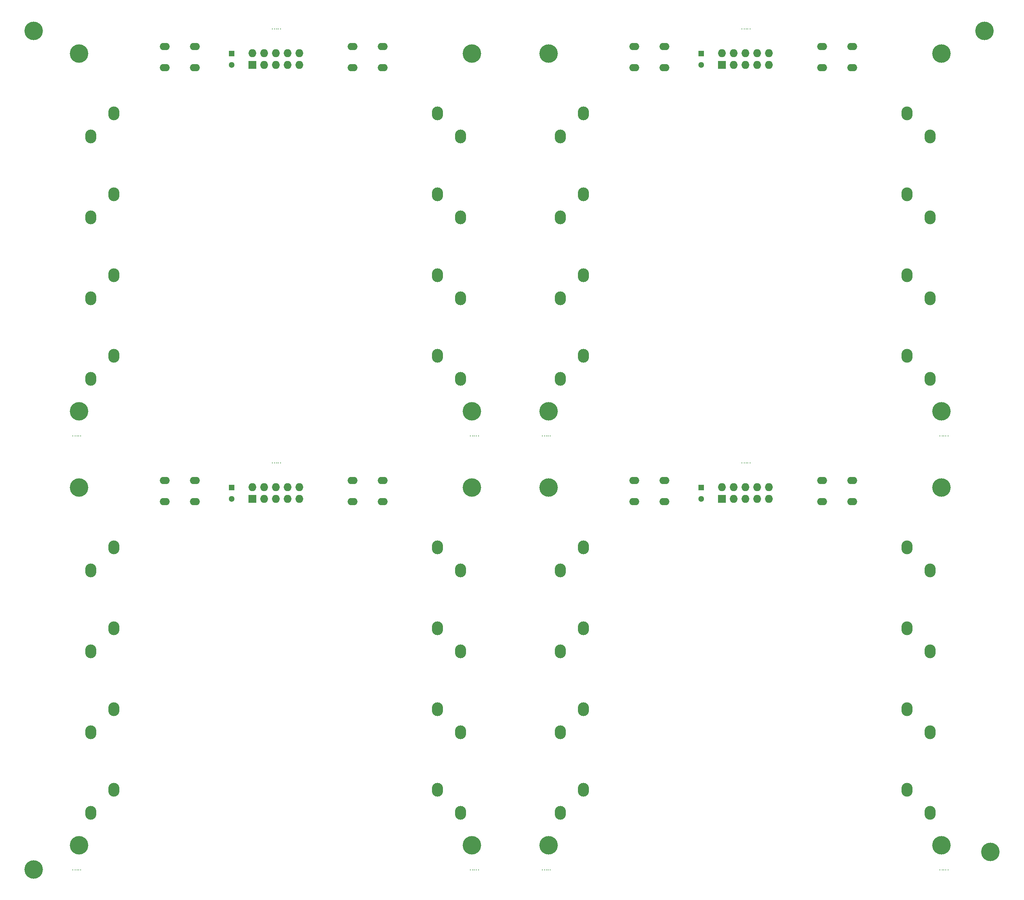
<source format=gbs>
G04 #@! TF.FileFunction,Soldermask,Bot*
%FSLAX46Y46*%
G04 Gerber Fmt 4.6, Leading zero omitted, Abs format (unit mm)*
G04 Created by KiCad (PCBNEW (2015-01-16 BZR 5376)-product) date 24/06/2015 09:07:54*
%MOMM*%
G01*
G04 APERTURE LIST*
%ADD10C,0.100000*%
%ADD11C,4.000000*%
%ADD12C,0.300000*%
%ADD13R,1.727200X1.727200*%
%ADD14O,1.727200X1.727200*%
%ADD15O,2.400000X3.000000*%
%ADD16R,1.300000X1.300000*%
%ADD17C,1.300000*%
%ADD18O,2.200000X1.524000*%
G04 APERTURE END LIST*
D10*
D11*
X240030000Y-203200000D03*
X33020000Y-207010000D03*
X238760000Y-25400000D03*
D12*
X188087000Y-25019000D03*
X187579000Y-25019000D03*
X187198000Y-25019000D03*
X186817000Y-25019000D03*
X186309000Y-25019000D03*
D11*
X229483000Y-107815000D03*
X144483000Y-107815000D03*
X229483000Y-30315000D03*
X144483000Y-30315000D03*
D13*
X181983000Y-32815000D03*
D14*
X181983000Y-30275000D03*
X184523000Y-32815000D03*
X184523000Y-30275000D03*
X187063000Y-32815000D03*
X187063000Y-30275000D03*
X189603000Y-32815000D03*
X189603000Y-30275000D03*
X192143000Y-32815000D03*
X192143000Y-30275000D03*
D15*
X151983000Y-95815000D03*
X146983000Y-100815000D03*
X221983000Y-95815000D03*
X226983000Y-100815000D03*
X151983000Y-78315000D03*
X146983000Y-83315000D03*
X221983000Y-78315000D03*
X226983000Y-83315000D03*
X151983000Y-60815000D03*
X146983000Y-65815000D03*
X221983000Y-60815000D03*
X226983000Y-65815000D03*
X151983000Y-43315000D03*
X146983000Y-48315000D03*
X221983000Y-43315000D03*
X226983000Y-48315000D03*
D16*
X177483000Y-30315000D03*
D17*
X177483000Y-32815000D03*
D18*
X169493000Y-28865000D03*
X169493000Y-33365000D03*
X162993000Y-28865000D03*
X162993000Y-33365000D03*
X210133000Y-28865000D03*
X210133000Y-33365000D03*
X203633000Y-28865000D03*
X203633000Y-33365000D03*
D12*
X143129000Y-113157000D03*
X143637000Y-113157000D03*
X144018000Y-113157000D03*
X144399000Y-113157000D03*
X144780000Y-113157000D03*
X230886000Y-113157000D03*
X230378000Y-113157000D03*
X229997000Y-113157000D03*
X229616000Y-113157000D03*
X229108000Y-113157000D03*
X229108000Y-207137000D03*
X229616000Y-207137000D03*
X229997000Y-207137000D03*
X230378000Y-207137000D03*
X230886000Y-207137000D03*
X144780000Y-207137000D03*
X144399000Y-207137000D03*
X144018000Y-207137000D03*
X143637000Y-207137000D03*
X143129000Y-207137000D03*
D18*
X210133000Y-122845000D03*
X210133000Y-127345000D03*
X203633000Y-122845000D03*
X203633000Y-127345000D03*
X169493000Y-122845000D03*
X169493000Y-127345000D03*
X162993000Y-122845000D03*
X162993000Y-127345000D03*
D16*
X177483000Y-124295000D03*
D17*
X177483000Y-126795000D03*
D15*
X151983000Y-137295000D03*
X146983000Y-142295000D03*
X221983000Y-137295000D03*
X226983000Y-142295000D03*
X151983000Y-154795000D03*
X146983000Y-159795000D03*
X221983000Y-154795000D03*
X226983000Y-159795000D03*
X151983000Y-172295000D03*
X146983000Y-177295000D03*
X221983000Y-172295000D03*
X226983000Y-177295000D03*
X151983000Y-189795000D03*
X146983000Y-194795000D03*
X221983000Y-189795000D03*
X226983000Y-194795000D03*
D13*
X181983000Y-126795000D03*
D14*
X181983000Y-124255000D03*
X184523000Y-126795000D03*
X184523000Y-124255000D03*
X187063000Y-126795000D03*
X187063000Y-124255000D03*
X189603000Y-126795000D03*
X189603000Y-124255000D03*
X192143000Y-126795000D03*
X192143000Y-124255000D03*
D11*
X144483000Y-124295000D03*
X229483000Y-124295000D03*
X144483000Y-201795000D03*
X229483000Y-201795000D03*
D12*
X186309000Y-118999000D03*
X186817000Y-118999000D03*
X187198000Y-118999000D03*
X187579000Y-118999000D03*
X188087000Y-118999000D03*
X86487000Y-118999000D03*
X85979000Y-118999000D03*
X85598000Y-118999000D03*
X85217000Y-118999000D03*
X84709000Y-118999000D03*
D11*
X127883000Y-201795000D03*
X42883000Y-201795000D03*
X127883000Y-124295000D03*
X42883000Y-124295000D03*
D13*
X80383000Y-126795000D03*
D14*
X80383000Y-124255000D03*
X82923000Y-126795000D03*
X82923000Y-124255000D03*
X85463000Y-126795000D03*
X85463000Y-124255000D03*
X88003000Y-126795000D03*
X88003000Y-124255000D03*
X90543000Y-126795000D03*
X90543000Y-124255000D03*
D15*
X50383000Y-189795000D03*
X45383000Y-194795000D03*
X120383000Y-189795000D03*
X125383000Y-194795000D03*
X50383000Y-172295000D03*
X45383000Y-177295000D03*
X120383000Y-172295000D03*
X125383000Y-177295000D03*
X50383000Y-154795000D03*
X45383000Y-159795000D03*
X120383000Y-154795000D03*
X125383000Y-159795000D03*
X50383000Y-137295000D03*
X45383000Y-142295000D03*
X120383000Y-137295000D03*
X125383000Y-142295000D03*
D16*
X75883000Y-124295000D03*
D17*
X75883000Y-126795000D03*
D18*
X67893000Y-122845000D03*
X67893000Y-127345000D03*
X61393000Y-122845000D03*
X61393000Y-127345000D03*
X108533000Y-122845000D03*
X108533000Y-127345000D03*
X102033000Y-122845000D03*
X102033000Y-127345000D03*
D12*
X41529000Y-207137000D03*
X42037000Y-207137000D03*
X42418000Y-207137000D03*
X42799000Y-207137000D03*
X43180000Y-207137000D03*
X129286000Y-207137000D03*
X128778000Y-207137000D03*
X128397000Y-207137000D03*
X128016000Y-207137000D03*
X127508000Y-207137000D03*
X127508000Y-113157000D03*
X128016000Y-113157000D03*
X128397000Y-113157000D03*
X128778000Y-113157000D03*
X129286000Y-113157000D03*
X43180000Y-113157000D03*
X42799000Y-113157000D03*
X42418000Y-113157000D03*
X42037000Y-113157000D03*
X41529000Y-113157000D03*
D18*
X108533000Y-28865000D03*
X108533000Y-33365000D03*
X102033000Y-28865000D03*
X102033000Y-33365000D03*
X67893000Y-28865000D03*
X67893000Y-33365000D03*
X61393000Y-28865000D03*
X61393000Y-33365000D03*
D16*
X75883000Y-30315000D03*
D17*
X75883000Y-32815000D03*
D15*
X50383000Y-43315000D03*
X45383000Y-48315000D03*
X120383000Y-43315000D03*
X125383000Y-48315000D03*
X50383000Y-60815000D03*
X45383000Y-65815000D03*
X120383000Y-60815000D03*
X125383000Y-65815000D03*
X50383000Y-78315000D03*
X45383000Y-83315000D03*
X120383000Y-78315000D03*
X125383000Y-83315000D03*
X50383000Y-95815000D03*
X45383000Y-100815000D03*
X120383000Y-95815000D03*
X125383000Y-100815000D03*
D13*
X80383000Y-32815000D03*
D14*
X80383000Y-30275000D03*
X82923000Y-32815000D03*
X82923000Y-30275000D03*
X85463000Y-32815000D03*
X85463000Y-30275000D03*
X88003000Y-32815000D03*
X88003000Y-30275000D03*
X90543000Y-32815000D03*
X90543000Y-30275000D03*
D11*
X42883000Y-30315000D03*
X127883000Y-30315000D03*
X42883000Y-107815000D03*
X127883000Y-107815000D03*
D12*
X84709000Y-25019000D03*
X85217000Y-25019000D03*
X85598000Y-25019000D03*
X85979000Y-25019000D03*
X86487000Y-25019000D03*
D11*
X33020000Y-25400000D03*
M02*

</source>
